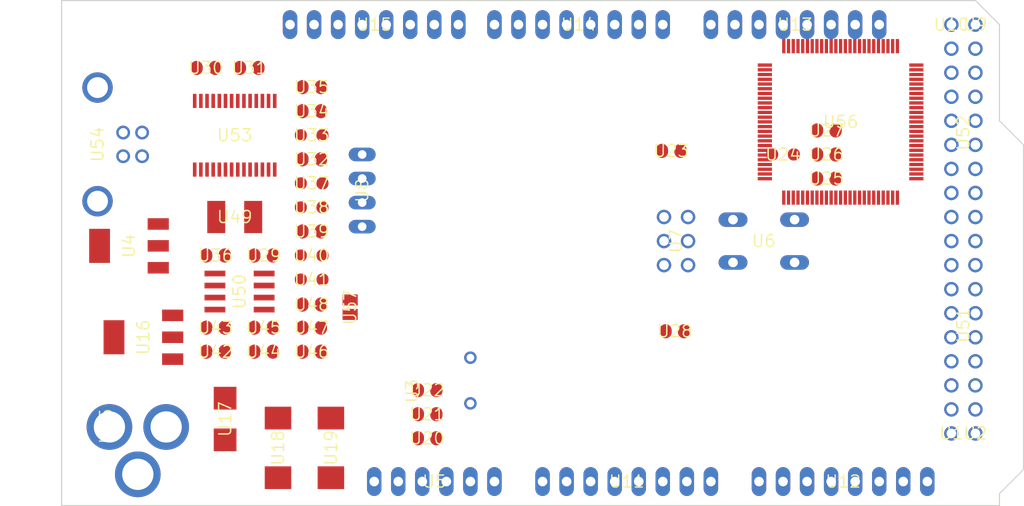
<source format=kicad_pcb>
(kicad_pcb (version 20221018) (generator pcbnew)
  (layers (0 "F.Cu" signal "Top") (31 "B.Cu" signal "Bottom") (34 "B.Paste" user) (35 "F.Paste" user) (36 "B.SilkS" user "B.Silkscreen") (37 "F.SilkS" user "F.Silkscreen") (38 "B.Mask" user) (39 "F.Mask" user) (44 "Edge.Cuts" user))
  (net 0 "")
  (net 1 "+5V")
  (net 2 "GND")
  (net 3 "N$6")
  (net 4 "N$7")
  (net 5 "AREF")
  (net 6 "RESET")
  (net 7 "VIN")
  (net 8 "N$3")
  (net 9 "PWRIN")
  (net 10 "M8RXD")
  (net 11 "M8TXD")
  (net 12 "ADC0")
  (net 13 "ADC2")
  (net 14 "ADC1")
  (net 15 "ADC3")
  (net 16 "ADC4")
  (net 17 "ADC5")
  (net 18 "ADC6")
  (net 19 "ADC7")
  (net 20 "+3V3")
  (net 21 "SDA")
  (net 22 "SCL")
  (net 23 "ADC9")
  (net 24 "ADC8")
  (net 25 "ADC10")
  (net 26 "ADC11")
  (net 27 "ADC12")
  (net 28 "ADC13")
  (net 29 "ADC14")
  (net 30 "ADC15")
  (net 31 "PB3")
  (net 32 "PB2")
  (net 33 "PB1")
  (net 34 "PB5")
  (net 35 "PB4")
  (net 36 "PE5")
  (net 37 "PE4")
  (net 38 "PE3")
  (net 39 "PE1")
  (net 40 "PE0")
  (net 41 "N$15")
  (net 42 "N$53")
  (net 43 "N$54")
  (net 44 "N$55")
  (net 45 "D-")
  (net 46 "D+")
  (net 47 "N$60")
  (net 48 "DTR")
  (net 49 "USBVCC")
  (net 50 "N$2")
  (net 51 "N$4")
  (net 52 "GATE_CMD")
  (net 53 "CMP")
  (net 54 "PB6")
  (net 55 "PH3")
  (net 56 "PH4")
  (net 57 "PH5")
  (net 58 "PH6")
  (net 59 "PG5")
  (net 60 "RXD1")
  (net 61 "TXD1")
  (net 62 "RXD2")
  (net 63 "RXD3")
  (net 64 "TXD2")
  (net 65 "TXD3")
  (net 66 "PC0")
  (net 67 "PC1")
  (net 68 "PC2")
  (net 69 "PC3")
  (net 70 "PC4")
  (net 71 "PC5")
  (net 72 "PC6")
  (net 73 "PC7")
  (net 74 "PB0")
  (net 75 "PG0")
  (net 76 "PG1")
  (net 77 "PG2")
  (net 78 "PD7")
  (net 79 "PA0")
  (net 80 "PA1")
  (net 81 "PA2")
  (net 82 "PA3")
  (net 83 "PA4")
  (net 84 "PA5")
  (net 85 "PA6")
  (net 86 "PA7")
  (net 87 "PL0")
  (net 88 "PL1")
  (net 89 "PL2")
  (net 90 "PL3")
  (net 91 "PL4")
  (net 92 "PL5")
  (net 93 "PL6")
  (net 94 "PL7")
  (net 95 "PB7")
  (net 96 "CTS")
  (net 97 "DSR")
  (net 98 "DCD")
  (net 99 "RI")
  (footprint "Arduino_MEGA_Reference_Design:2X03" (layer "F.Cu") (at 162.5981 103.7336 -90)
    (fp_text reference "U7")
    (fp_text value "")
  )
  (footprint "Arduino_MEGA_Reference_Design:1X08" (layer "F.Cu") (at 152.3111 80.8736 180)
    (fp_text reference "U14")
    (fp_text value "")
  )
  (footprint "Arduino_MEGA_Reference_Design:1X08" (layer "F.Cu") (at 130.7211 80.8736 180)
    (fp_text reference "U15")
    (fp_text value "")
  )
  (footprint "Arduino_MEGA_Reference_Design:SMC_D" (layer "F.Cu") (at 120.5611 125.5776 -90)
    (fp_text reference "U18")
    (fp_text value "")
  )
  (footprint "Arduino_MEGA_Reference_Design:SMC_D" (layer "F.Cu") (at 126.1491 125.5776 -90)
    (fp_text reference "U19")
    (fp_text value "")
  )
  (footprint "Arduino_MEGA_Reference_Design:B3F-10XX" (layer "F.Cu") (at 171.8691 103.7336 180)
    (fp_text reference "U6")
    (fp_text value "")
  )
  (footprint "Arduino_MEGA_Reference_Design:0805RND" (layer "F.Cu") (at 173.9011 94.5896 180)
    (fp_text reference "U24")
    (fp_text value "")
  )
  (footprint "Arduino_MEGA_Reference_Design:SMB" (layer "F.Cu") (at 114.9731 122.5296 -90)
    (fp_text reference "U17")
    (fp_text value "")
  )
  (footprint "Arduino_MEGA_Reference_Design:DC-21MM" (layer "F.Cu") (at 103.0351 123.2916 90)
    (fp_text reference "U55")
    (fp_text value "")
  )
  (footprint "Arduino_MEGA_Reference_Design:HC49_S" (layer "F.Cu") (at 140.8811 118.4656 90)
    (fp_text reference "U3")
    (fp_text value "")
  )
  (footprint "Arduino_MEGA_Reference_Design:SOT223" (layer "F.Cu") (at 106.3371 113.8936 90)
    (fp_text reference "U16")
    (fp_text value "")
  )
  (footprint "Arduino_MEGA_Reference_Design:1X06" (layer "F.Cu") (at 137.0711 129.1336)
    (fp_text reference "U5")
    (fp_text value "")
  )
  (footprint "Arduino_MEGA_Reference_Design:C0805RND" (layer "F.Cu") (at 124.1171 87.4776)
    (fp_text reference "U35")
    (fp_text value "")
  )
  (footprint "Arduino_MEGA_Reference_Design:C0805RND" (layer "F.Cu") (at 162.4711 113.2586)
    (fp_text reference "U28")
    (fp_text value "")
  )
  (footprint "Arduino_MEGA_Reference_Design:C0805RND" (layer "F.Cu") (at 136.3091 122.0216)
    (fp_text reference "U21")
    (fp_text value "")
  )
  (footprint "Arduino_MEGA_Reference_Design:C0805RND" (layer "F.Cu") (at 136.3091 119.4816)
    (fp_text reference "U22")
    (fp_text value "")
  )
  (footprint "Arduino_MEGA_Reference_Design:C0805RND" (layer "F.Cu") (at 113.9571 112.8776)
    (fp_text reference "U43")
    (fp_text value "")
  )
  (footprint "Arduino_MEGA_Reference_Design:RCL_0805RND" (layer "F.Cu") (at 124.1171 105.2576)
    (fp_text reference "U40")
    (fp_text value "")
  )
  (footprint "Arduino_MEGA_Reference_Design:RCL_0805RND" (layer "F.Cu") (at 124.1171 107.7976)
    (fp_text reference "U41")
    (fp_text value "")
  )
  (footprint "Arduino_MEGA_Reference_Design:1X08" (layer "F.Cu") (at 157.3911 129.1336)
    (fp_text reference "U11")
    (fp_text value "")
  )
  (footprint "Arduino_MEGA_Reference_Design:1X08" (layer "F.Cu") (at 175.1711 80.8736 180)
    (fp_text reference "U13")
    (fp_text value "")
  )
  (footprint "Arduino_MEGA_Reference_Design:R0805RND" (layer "F.Cu") (at 178.4731 94.5896 180)
    (fp_text reference "U26")
    (fp_text value "")
  )
  (footprint "Arduino_MEGA_Reference_Design:R0805RND" (layer "F.Cu") (at 178.4731 92.0496 180)
    (fp_text reference "U27")
    (fp_text value "")
  )
  (footprint "Arduino_MEGA_Reference_Design:TQFP100" (layer "F.Cu") (at 179.98135375976562 91.14759826660156 0)
    (fp_text reference "U56")
    (fp_text value "")
  )
  (footprint "Arduino_MEGA_Reference_Design:C0805RND" (layer "F.Cu") (at 162.0901 94.2086 180)
    (fp_text reference "U23")
    (fp_text value "")
  )
  (footprint "Arduino_MEGA_Reference_Design:C0805RND" (layer "F.Cu") (at 136.3091 124.5616)
    (fp_text reference "U20")
    (fp_text value "")
  )
  (footprint "Arduino_MEGA_Reference_Design:1X08" (layer "F.Cu") (at 180.2511 129.1336)
    (fp_text reference "U12")
    (fp_text value "")
  )
  (footprint "Arduino_MEGA_Reference_Design:R0805RND" (layer "F.Cu") (at 124.1171 112.8776)
    (fp_text reference "U47")
    (fp_text value "")
  )
  (footprint "Arduino_MEGA_Reference_Design:C0805RND" (layer "F.Cu") (at 124.1171 115.4176)
    (fp_text reference "U46")
    (fp_text value "")
  )
  (footprint "Arduino_MEGA_Reference_Design:C0805RND" (layer "F.Cu") (at 113.9571 105.2576)
    (fp_text reference "U36")
    (fp_text value "")
  )
  (footprint "Arduino_MEGA_Reference_Design:C0805RND" (layer "F.Cu") (at 112.9411 85.4456)
    (fp_text reference "U30")
    (fp_text value "")
  )
  (footprint "Arduino_MEGA_Reference_Design:0805RND" (layer "F.Cu") (at 124.1171 100.1776 180)
    (fp_text reference "U38")
    (fp_text value "")
  )
  (footprint "Arduino_MEGA_Reference_Design:0805RND" (layer "F.Cu") (at 124.1171 97.6376 180)
    (fp_text reference "U37")
    (fp_text value "")
  )
  (footprint "Arduino_MEGA_Reference_Design:R0805RND" (layer "F.Cu") (at 124.1171 95.0976)
    (fp_text reference "U32")
    (fp_text value "")
  )
  (footprint "Arduino_MEGA_Reference_Design:R0805RND" (layer "F.Cu") (at 124.1171 102.7176)
    (fp_text reference "U39")
    (fp_text value "")
  )
  (footprint "Arduino_MEGA_Reference_Design:SSOP28" (layer "F.Cu") (at 115.9891 92.5576)
    (fp_text reference "U53")
    (fp_text value "")
  )
  (footprint "Arduino_MEGA_Reference_Design:PN61729" (layer "F.Cu") (at 98.9584 93.5228 -90)
    (fp_text reference "U54")
    (fp_text value "")
  )
  (footprint "Arduino_MEGA_Reference_Design:L1812" (layer "F.Cu") (at 115.9891 101.1936)
    (fp_text reference "U49")
    (fp_text value "")
  )
  (footprint "Arduino_MEGA_Reference_Design:C0805RND" (layer "F.Cu") (at 117.5131 85.4456)
    (fp_text reference "U31")
    (fp_text value "")
  )
  (footprint "Arduino_MEGA_Reference_Design:0805RND" (layer "F.Cu") (at 124.1171 92.5576 180)
    (fp_text reference "U33")
    (fp_text value "")
  )
  (footprint "Arduino_MEGA_Reference_Design:R0805RND" (layer "F.Cu") (at 124.1171 90.0176 180)
    (fp_text reference "U34")
    (fp_text value "")
  )
  (footprint "Arduino_MEGA_Reference_Design:C0805RND" (layer "F.Cu") (at 124.1171 110.4392 180)
    (fp_text reference "U48")
    (fp_text value "")
  )
  (footprint "Arduino_MEGA_Reference_Design:SOT223" (layer "F.Cu") (at 104.8131 104.2416 90)
    (fp_text reference "U4")
    (fp_text value "")
  )
  (footprint "Arduino_MEGA_Reference_Design:SO08" (layer "F.Cu") (at 116.4971 109.0676 -90)
    (fp_text reference "U50")
    (fp_text value "")
  )
  (footprint "Arduino_MEGA_Reference_Design:R0805RND" (layer "F.Cu") (at 113.9571 115.4176 180)
    (fp_text reference "U42")
    (fp_text value "")
  )
  (footprint "Arduino_MEGA_Reference_Design:R0805RND" (layer "F.Cu") (at 119.0371 112.8776 180)
    (fp_text reference "U45")
    (fp_text value "")
  )
  (footprint "Arduino_MEGA_Reference_Design:C0805RND" (layer "F.Cu") (at 119.0371 115.4176 180)
    (fp_text reference "U44")
    (fp_text value "")
  )
  (footprint "Arduino_MEGA_Reference_Design:C0805RND" (layer "F.Cu") (at 119.0371 105.2576)
    (fp_text reference "U29")
    (fp_text value "")
  )
  (footprint "Arduino_MEGA_Reference_Design:2X08" (layer "F.Cu") (at 192.9511 92.3036 90)
    (fp_text reference "U52")
    (fp_text value "")
  )
  (footprint "Arduino_MEGA_Reference_Design:2X08" (layer "F.Cu") (at 192.9511 112.6236 90)
    (fp_text reference "U51")
    (fp_text value "")
  )
  (footprint "Arduino_MEGA_Reference_Design:R0805RND" (layer "F.Cu") (at 178.4731 97.1296 180)
    (fp_text reference "U25")
    (fp_text value "")
  )
  (footprint "Arduino_MEGA_Reference_Design:1X01" (layer "F.Cu") (at 191.6811 80.8736)
    (fp_text reference "U10")
    (fp_text value "")
  )
  (footprint "Arduino_MEGA_Reference_Design:1X01" (layer "F.Cu") (at 194.2211 80.8736)
    (fp_text reference "U9")
    (fp_text value "")
  )
  (footprint "Arduino_MEGA_Reference_Design:1X01" (layer "F.Cu") (at 191.6811 124.0536)
    (fp_text reference "U1")
    (fp_text value "")
  )
  (footprint "Arduino_MEGA_Reference_Design:1X01" (layer "F.Cu") (at 194.2211 124.0536)
    (fp_text reference "U2")
    (fp_text value "")
  )
  (footprint "Arduino_MEGA_Reference_Design:SJ" (layer "F.Cu") (at 128.1811 110.7186 -90)
    (fp_text reference "U57")
    (fp_text value "")
  )
  (footprint "Arduino_MEGA_Reference_Design:JP4" (layer "F.Cu") (at 129.4511 98.3996 -90)
    (fp_text reference "U8")
    (fp_text value "")
  )
  (gr_line (start 196.7611 80.8736) (end 196.7611 91.0336) (layer "Edge.Cuts") (width 0.12))
  (gr_line (start 196.7611 130.4036) (end 196.7611 131.6736) (layer "Edge.Cuts") (width 0.12))
  (gr_line (start 194.2211 78.3336) (end 196.7611 80.8736) (layer "Edge.Cuts") (width 0.12))
  (gr_line (start 97.7011 78.3336) (end 194.2211 78.3336) (layer "Edge.Cuts") (width 0.12))
  (gr_line (start 196.7611 91.0336) (end 199.3011 93.5736) (layer "Edge.Cuts") (width 0.12))
  (gr_line (start 97.7011 131.6736) (end 97.7011 78.3336) (layer "Edge.Cuts") (width 0.12))
  (gr_line (start 196.7611 131.6736) (end 97.7011 131.6736) (layer "Edge.Cuts") (width 0.12))
  (gr_line (start 199.3011 93.5736) (end 199.3011 127.8636) (layer "Edge.Cuts") (width 0.12))
  (gr_line (start 199.3011 127.8636) (end 196.7611 130.4036) (layer "Edge.Cuts") (width 0.12))
)
</source>
